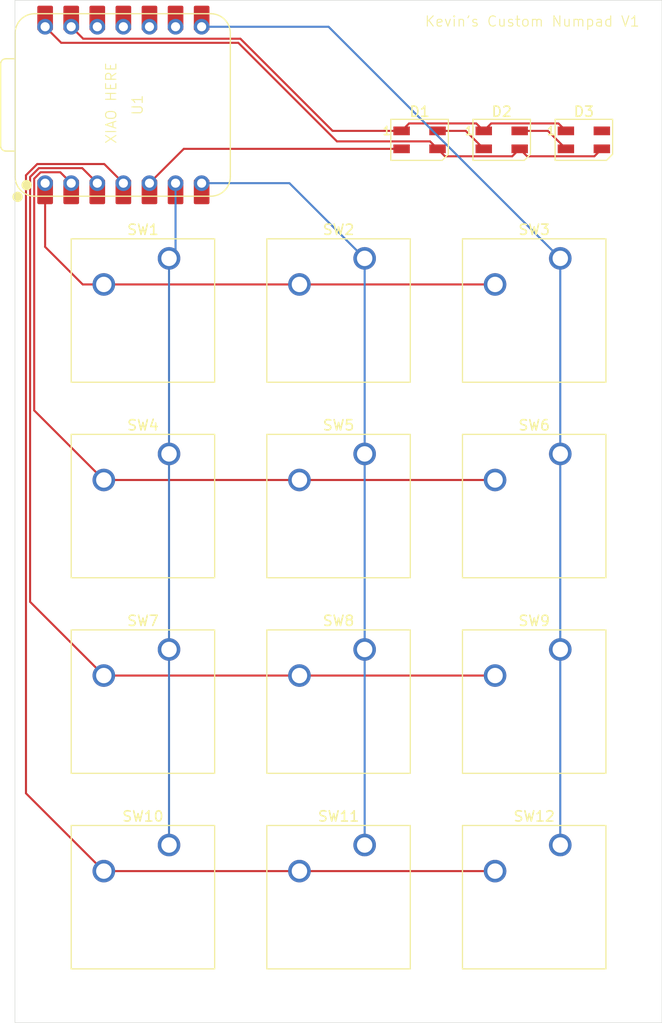
<source format=kicad_pcb>
(kicad_pcb (version 20241229) (generator "pcbnew") (generator_version "9.0")
  (layers (0 "F.Cu" signal) (2 "B.Cu" signal) (13 "F.Paste" user) (15 "B.Paste" user) (5 "F.SilkS" user "F.Silkscreen") (7 "B.SilkS" user "B.Silkscreen") (1 "F.Mask" user) (3 "B.Mask" user) (25 "Edge.Cuts" user))
  (net 0 "")
  (net 1 "Net-(D1-DOUT)")
  (net 2 "GND")
  (net 3 "Net-(D1-DIN)")
  (net 4 "+5V")
  (net 5 "Net-(D2-DOUT)")
  (net 7 "Net-(U1-GPIO26{slash}ADC0{slash}A0)")
  (net 8 "Net-(U1-GPIO7{slash}SCL)")
  (net 9 "Net-(U1-GPIO0{slash}TX)")
  (net 10 "Net-(U1-GPIO1{slash}RX)")
  (net 11 "Net-(U1-GPIO27{slash}ADC1{slash}A1)")
  (net 12 "Net-(U1-GPIO28{slash}ADC2{slash}A2)")
  (net 13 "Net-(U1-GPIO29{slash}ADC3{slash}A3)")
  (footprint "Button_Switch_Keyboard:SW_Cherry_MX_1.00u_PCB" (layer "F.Cu") (at 142.1 82.45)
    (property "Reference" "SW5" (at -2.54 -2.794 0) (layer "F.SilkS"))
    (property "Value" "SW_Push")
    (fp_line (start -9.525 -1.905) (end 4.445 -1.905) (stroke (width 0.12)) (layer "F.SilkS"))
    (fp_line (start -9.525 12.065) (end -9.525 -1.905) (stroke (width 0.12)) (layer "F.SilkS"))
    (fp_line (start 4.445 -1.905) (end 4.445 12.065) (stroke (width 0.12)) (layer "F.SilkS"))
    (fp_line (start 4.445 12.065) (end -9.525 12.065) (stroke (width 0.12)) (layer "F.SilkS"))
    (pad "" np_thru_hole circle (at -7.62 5.08) (size 1.7 1.7) (drill 1.7) (layers "*.Cu" "*.Mask"))
    (pad "" np_thru_hole circle (at -2.54 5.08) (size 4 4) (drill 4) (layers "*.Cu" "*.Mask"))
    (pad "" np_thru_hole circle (at 2.54 5.08) (size 1.7 1.7) (drill 1.7) (layers "*.Cu" "*.Mask"))
    (pad "1" thru_hole circle (at 0 0) (size 2.2 2.2) (drill 1.5) (layers "*.Cu" "*.Mask") (net 9 "Net-(U1-GPIO0{slash}TX)"))
    (pad "2" thru_hole circle (at -6.35 2.54) (size 2.2 2.2) (drill 1.5) (layers "*.Cu" "*.Mask") (net 11 "Net-(U1-GPIO27{slash}ADC1{slash}A1)"))
  )
  (footprint "Button_Switch_Keyboard:SW_Cherry_MX_1.00u_PCB" (layer "F.Cu") (at 142.1 63.4)
    (property "Reference" "SW2" (at -2.54 -2.794 0) (layer "F.SilkS"))
    (property "Value" "SW_Push")
    (fp_line (start -9.525 -1.905) (end 4.445 -1.905) (stroke (width 0.12)) (layer "F.SilkS"))
    (fp_line (start -9.525 12.065) (end -9.525 -1.905) (stroke (width 0.12)) (layer "F.SilkS"))
    (fp_line (start 4.445 -1.905) (end 4.445 12.065) (stroke (width 0.12)) (layer "F.SilkS"))
    (fp_line (start 4.445 12.065) (end -9.525 12.065) (stroke (width 0.12)) (layer "F.SilkS"))
    (pad "" np_thru_hole circle (at -7.62 5.08) (size 1.7 1.7) (drill 1.7) (layers "*.Cu" "*.Mask"))
    (pad "" np_thru_hole circle (at -2.54 5.08) (size 4 4) (drill 4) (layers "*.Cu" "*.Mask"))
    (pad "" np_thru_hole circle (at 2.54 5.08) (size 1.7 1.7) (drill 1.7) (layers "*.Cu" "*.Mask"))
    (pad "1" thru_hole circle (at 0 0) (size 2.2 2.2) (drill 1.5) (layers "*.Cu" "*.Mask") (net 9 "Net-(U1-GPIO0{slash}TX)"))
    (pad "2" thru_hole circle (at -6.35 2.54) (size 2.2 2.2) (drill 1.5) (layers "*.Cu" "*.Mask") (net 7 "Net-(U1-GPIO26{slash}ADC0{slash}A0)"))
  )
  (footprint "Button_Switch_Keyboard:SW_Cherry_MX_1.00u_PCB" (layer "F.Cu") (at 161.15 101.5)
    (property "Reference" "SW9" (at -2.54 -2.794 0) (layer "F.SilkS"))
    (property "Value" "SW_Push")
    (fp_line (start -9.525 -1.905) (end 4.445 -1.905) (stroke (width 0.12)) (layer "F.SilkS"))
    (fp_line (start -9.525 12.065) (end -9.525 -1.905) (stroke (width 0.12)) (layer "F.SilkS"))
    (fp_line (start 4.445 -1.905) (end 4.445 12.065) (stroke (width 0.12)) (layer "F.SilkS"))
    (fp_line (start 4.445 12.065) (end -9.525 12.065) (stroke (width 0.12)) (layer "F.SilkS"))
    (pad "" np_thru_hole circle (at -7.62 5.08) (size 1.7 1.7) (drill 1.7) (layers "*.Cu" "*.Mask"))
    (pad "" np_thru_hole circle (at -2.54 5.08) (size 4 4) (drill 4) (layers "*.Cu" "*.Mask"))
    (pad "" np_thru_hole circle (at 2.54 5.08) (size 1.7 1.7) (drill 1.7) (layers "*.Cu" "*.Mask"))
    (pad "1" thru_hole circle (at 0 0) (size 2.2 2.2) (drill 1.5) (layers "*.Cu" "*.Mask") (net 10 "Net-(U1-GPIO1{slash}RX)"))
    (pad "2" thru_hole circle (at -6.35 2.54) (size 2.2 2.2) (drill 1.5) (layers "*.Cu" "*.Mask") (net 12 "Net-(U1-GPIO28{slash}ADC2{slash}A2)"))
  )
  (footprint "Button_Switch_Keyboard:SW_Cherry_MX_1.00u_PCB" (layer "F.Cu") (at 161.15 82.45)
    (property "Reference" "SW6" (at -2.54 -2.794 0) (layer "F.SilkS"))
    (property "Value" "SW_Push")
    (fp_line (start -9.525 -1.905) (end 4.445 -1.905) (stroke (width 0.12)) (layer "F.SilkS"))
    (fp_line (start -9.525 12.065) (end -9.525 -1.905) (stroke (width 0.12)) (layer "F.SilkS"))
    (fp_line (start 4.445 -1.905) (end 4.445 12.065) (stroke (width 0.12)) (layer "F.SilkS"))
    (fp_line (start 4.445 12.065) (end -9.525 12.065) (stroke (width 0.12)) (layer "F.SilkS"))
    (pad "" np_thru_hole circle (at -7.62 5.08) (size 1.7 1.7) (drill 1.7) (layers "*.Cu" "*.Mask"))
    (pad "" np_thru_hole circle (at -2.54 5.08) (size 4 4) (drill 4) (layers "*.Cu" "*.Mask"))
    (pad "" np_thru_hole circle (at 2.54 5.08) (size 1.7 1.7) (drill 1.7) (layers "*.Cu" "*.Mask"))
    (pad "1" thru_hole circle (at 0 0) (size 2.2 2.2) (drill 1.5) (layers "*.Cu" "*.Mask") (net 10 "Net-(U1-GPIO1{slash}RX)"))
    (pad "2" thru_hole circle (at -6.35 2.54) (size 2.2 2.2) (drill 1.5) (layers "*.Cu" "*.Mask") (net 11 "Net-(U1-GPIO27{slash}ADC1{slash}A1)"))
  )
  (footprint "LED_SMD:LED_SK6812MINI_PLCC4_3.5x3.5mm_P1.75mm" (layer "F.Cu") (at 163.4475 51.855)
    (property "Reference" "D3" (at 0 -2.75 0) (layer "F.SilkS"))
    (property "Value" "SK6812")
    (fp_line (start -2.8 -2) (end -2.8 2) (stroke (width 0.12)) (layer "F.SilkS"))
    (fp_line (start -2.8 -2) (end 2.8 -2) (stroke (width 0.12)) (layer "F.SilkS"))
    (fp_line (start -2.8 2) (end 2.2 2) (stroke (width 0.12)) (layer "F.SilkS"))
    (fp_line (start 2.8 1.4) (end 2.2 2) (stroke (width 0.12)) (layer "F.SilkS"))
    (fp_line (start 2.8 1.4) (end 2.8 -2) (stroke (width 0.12)) (layer "F.SilkS"))
    (fp_text user "1" (at -3.2 -0.875 0) (layer "F.SilkS") (effects (font (size 0.8 0.8))))
    (pad "1" smd rect (at -1.75 -0.875) (size 1.6 0.85) (layers "F.Cu" "F.Mask" "F.Paste") (net 2 "GND"))
    (pad "2" smd rect (at -1.75 0.875) (size 1.6 0.85) (layers "F.Cu" "F.Mask" "F.Paste") (net 5 "Net-(D2-DOUT)"))
    (pad "3" smd rect (at 1.75 0.875) (size 1.6 0.85) (layers "F.Cu" "F.Mask" "F.Paste") (net 4 "+5V"))
    (pad "4" smd rect (at 1.75 -0.875) (size 1.6 0.85) (layers "F.Cu" "F.Mask" "F.Paste"))
  )
  (footprint "Button_Switch_Keyboard:SW_Cherry_MX_1.00u_PCB" (layer "F.Cu") (at 123.05 120.55)
    (property "Reference" "SW10" (at -2.54 -2.794 0) (layer "F.SilkS"))
    (property "Value" "SW_Push")
    (fp_line (start -9.525 -1.905) (end 4.445 -1.905) (stroke (width 0.12)) (layer "F.SilkS"))
    (fp_line (start -9.525 12.065) (end -9.525 -1.905) (stroke (width 0.12)) (layer "F.SilkS"))
    (fp_line (start 4.445 -1.905) (end 4.445 12.065) (stroke (width 0.12)) (layer "F.SilkS"))
    (fp_line (start 4.445 12.065) (end -9.525 12.065) (stroke (width 0.12)) (layer "F.SilkS"))
    (pad "" np_thru_hole circle (at -7.62 5.08) (size 1.7 1.7) (drill 1.7) (layers "*.Cu" "*.Mask"))
    (pad "" np_thru_hole circle (at -2.54 5.08) (size 4 4) (drill 4) (layers "*.Cu" "*.Mask"))
    (pad "" np_thru_hole circle (at 2.54 5.08) (size 1.7 1.7) (drill 1.7) (layers "*.Cu" "*.Mask"))
    (pad "1" thru_hole circle (at 0 0) (size 2.2 2.2) (drill 1.5) (layers "*.Cu" "*.Mask") (net 8 "Net-(U1-GPIO7{slash}SCL)"))
    (pad "2" thru_hole circle (at -6.35 2.54) (size 2.2 2.2) (drill 1.5) (layers "*.Cu" "*.Mask") (net 13 "Net-(U1-GPIO29{slash}ADC3{slash}A3)"))
  )
  (footprint "Button_Switch_Keyboard:SW_Cherry_MX_1.00u_PCB" (layer "F.Cu") (at 123.05 63.4)
    (property "Reference" "SW1" (at -2.54 -2.794 0) (layer "F.SilkS"))
    (property "Value" "SW_Push")
    (fp_line (start -9.525 -1.905) (end 4.445 -1.905) (stroke (width 0.12)) (layer "F.SilkS"))
    (fp_line (start -9.525 12.065) (end -9.525 -1.905) (stroke (width 0.12)) (layer "F.SilkS"))
    (fp_line (start 4.445 -1.905) (end 4.445 12.065) (stroke (width 0.12)) (layer "F.SilkS"))
    (fp_line (start 4.445 12.065) (end -9.525 12.065) (stroke (width 0.12)) (layer "F.SilkS"))
    (pad "" np_thru_hole circle (at -7.62 5.08) (size 1.7 1.7) (drill 1.7) (layers "*.Cu" "*.Mask"))
    (pad "" np_thru_hole circle (at -2.54 5.08) (size 4 4) (drill 4) (layers "*.Cu" "*.Mask"))
    (pad "" np_thru_hole circle (at 2.54 5.08) (size 1.7 1.7) (drill 1.7) (layers "*.Cu" "*.Mask"))
    (pad "1" thru_hole circle (at 0 0) (size 2.2 2.2) (drill 1.5) (layers "*.Cu" "*.Mask") (net 8 "Net-(U1-GPIO7{slash}SCL)"))
    (pad "2" thru_hole circle (at -6.35 2.54) (size 2.2 2.2) (drill 1.5) (layers "*.Cu" "*.Mask") (net 7 "Net-(U1-GPIO26{slash}ADC0{slash}A0)"))
  )
  (footprint "Button_Switch_Keyboard:SW_Cherry_MX_1.00u_PCB" (layer "F.Cu") (at 161.15 63.4)
    (property "Reference" "SW3" (at -2.54 -2.794 0) (layer "F.SilkS"))
    (property "Value" "SW_Push")
    (fp_line (start -9.525 -1.905) (end 4.445 -1.905) (stroke (width 0.12)) (layer "F.SilkS"))
    (fp_line (start -9.525 12.065) (end -9.525 -1.905) (stroke (width 0.12)) (layer "F.SilkS"))
    (fp_line (start 4.445 -1.905) (end 4.445 12.065) (stroke (width 0.12)) (layer "F.SilkS"))
    (fp_line (start 4.445 12.065) (end -9.525 12.065) (stroke (width 0.12)) (layer "F.SilkS"))
    (pad "" np_thru_hole circle (at -7.62 5.08) (size 1.7 1.7) (drill 1.7) (layers "*.Cu" "*.Mask"))
    (pad "" np_thru_hole circle (at -2.54 5.08) (size 4 4) (drill 4) (layers "*.Cu" "*.Mask"))
    (pad "" np_thru_hole circle (at 2.54 5.08) (size 1.7 1.7) (drill 1.7) (layers "*.Cu" "*.Mask"))
    (pad "1" thru_hole circle (at 0 0) (size 2.2 2.2) (drill 1.5) (layers "*.Cu" "*.Mask") (net 10 "Net-(U1-GPIO1{slash}RX)"))
    (pad "2" thru_hole circle (at -6.35 2.54) (size 2.2 2.2) (drill 1.5) (layers "*.Cu" "*.Mask") (net 7 "Net-(U1-GPIO26{slash}ADC0{slash}A0)"))
  )
  (footprint "Button_Switch_Keyboard:SW_Cherry_MX_1.00u_PCB" (layer "F.Cu") (at 123.05 82.45)
    (property "Reference" "SW4" (at -2.54 -2.794 0) (layer "F.SilkS"))
    (property "Value" "SW_Push")
    (fp_line (start -9.525 -1.905) (end 4.445 -1.905) (stroke (width 0.12)) (layer "F.SilkS"))
    (fp_line (start -9.525 12.065) (end -9.525 -1.905) (stroke (width 0.12)) (layer "F.SilkS"))
    (fp_line (start 4.445 -1.905) (end 4.445 12.065) (stroke (width 0.12)) (layer "F.SilkS"))
    (fp_line (start 4.445 12.065) (end -9.525 12.065) (stroke (width 0.12)) (layer "F.SilkS"))
    (pad "" np_thru_hole circle (at -7.62 5.08) (size 1.7 1.7) (drill 1.7) (layers "*.Cu" "*.Mask"))
    (pad "" np_thru_hole circle (at -2.54 5.08) (size 4 4) (drill 4) (layers "*.Cu" "*.Mask"))
    (pad "" np_thru_hole circle (at 2.54 5.08) (size 1.7 1.7) (drill 1.7) (layers "*.Cu" "*.Mask"))
    (pad "1" thru_hole circle (at 0 0) (size 2.2 2.2) (drill 1.5) (layers "*.Cu" "*.Mask") (net 8 "Net-(U1-GPIO7{slash}SCL)"))
    (pad "2" thru_hole circle (at -6.35 2.54) (size 2.2 2.2) (drill 1.5) (layers "*.Cu" "*.Mask") (net 11 "Net-(U1-GPIO27{slash}ADC1{slash}A1)"))
  )
  (footprint "LED_SMD:LED_SK6812MINI_PLCC4_3.5x3.5mm_P1.75mm" (layer "F.Cu") (at 155.4475 51.855)
    (property "Reference" "D2" (at 0 -2.75 0) (layer "F.SilkS"))
    (property "Value" "SK6812")
    (fp_line (start -2.8 -2) (end -2.8 2) (stroke (width 0.12)) (layer "F.SilkS"))
    (fp_line (start -2.8 -2) (end 2.8 -2) (stroke (width 0.12)) (layer "F.SilkS"))
    (fp_line (start -2.8 2) (end 2.2 2) (stroke (width 0.12)) (layer "F.SilkS"))
    (fp_line (start 2.8 1.4) (end 2.2 2) (stroke (width 0.12)) (layer "F.SilkS"))
    (fp_line (start 2.8 1.4) (end 2.8 -2) (stroke (width 0.12)) (layer "F.SilkS"))
    (fp_text user "1" (at -3.2 -0.875 0) (layer "F.SilkS") (effects (font (size 0.8 0.8))))
    (pad "1" smd rect (at -1.75 -0.875) (size 1.6 0.85) (layers "F.Cu" "F.Mask" "F.Paste") (net 2 "GND"))
    (pad "2" smd rect (at -1.75 0.875) (size 1.6 0.85) (layers "F.Cu" "F.Mask" "F.Paste") (net 1 "Net-(D1-DOUT)"))
    (pad "3" smd rect (at 1.75 0.875) (size 1.6 0.85) (layers "F.Cu" "F.Mask" "F.Paste") (net 4 "+5V"))
    (pad "4" smd rect (at 1.75 -0.875) (size 1.6 0.85) (layers "F.Cu" "F.Mask" "F.Paste") (net 5 "Net-(D2-DOUT)"))
  )
  (footprint "Button_Switch_Keyboard:SW_Cherry_MX_1.00u_PCB" (layer "F.Cu") (at 161.15 120.55)
    (property "Reference" "SW12" (at -2.54 -2.794 0) (layer "F.SilkS"))
    (property "Value" "SW_Push")
    (fp_line (start -9.525 -1.905) (end 4.445 -1.905) (stroke (width 0.12)) (layer "F.SilkS"))
    (fp_line (start -9.525 12.065) (end -9.525 -1.905) (stroke (width 0.12)) (layer "F.SilkS"))
    (fp_line (start 4.445 -1.905) (end 4.445 12.065) (stroke (width 0.12)) (layer "F.SilkS"))
    (fp_line (start 4.445 12.065) (end -9.525 12.065) (stroke (width 0.12)) (layer "F.SilkS"))
    (pad "" np_thru_hole circle (at -7.62 5.08) (size 1.7 1.7) (drill 1.7) (layers "*.Cu" "*.Mask"))
    (pad "" np_thru_hole circle (at -2.54 5.08) (size 4 4) (drill 4) (layers "*.Cu" "*.Mask"))
    (pad "" np_thru_hole circle (at 2.54 5.08) (size 1.7 1.7) (drill 1.7) (layers "*.Cu" "*.Mask"))
    (pad "1" thru_hole circle (at 0 0) (size 2.2 2.2) (drill 1.5) (layers "*.Cu" "*.Mask") (net 10 "Net-(U1-GPIO1{slash}RX)"))
    (pad "2" thru_hole circle (at -6.35 2.54) (size 2.2 2.2) (drill 1.5) (layers "*.Cu" "*.Mask") (net 13 "Net-(U1-GPIO29{slash}ADC3{slash}A3)"))
  )
  (footprint "LED_SMD:LED_SK6812MINI_PLCC4_3.5x3.5mm_P1.75mm" (layer "F.Cu") (at 147.4475 51.855)
    (property "Reference" "D1" (at 0 -2.75 0) (layer "F.SilkS"))
    (property "Value" "SK6812")
    (fp_line (start -2.8 -2) (end -2.8 2) (stroke (width 0.12)) (layer "F.SilkS"))
    (fp_line (start -2.8 -2) (end 2.8 -2) (stroke (width 0.12)) (layer "F.SilkS"))
    (fp_line (start -2.8 2) (end 2.2 2) (stroke (width 0.12)) (layer "F.SilkS"))
    (fp_line (start 2.8 1.4) (end 2.2 2) (stroke (width 0.12)) (layer "F.SilkS"))
    (fp_line (start 2.8 1.4) (end 2.8 -2) (stroke (width 0.12)) (layer "F.SilkS"))
    (fp_text user "1" (at -3.2 -0.875 0) (layer "F.SilkS") (effects (font (size 0.8 0.8))))
    (pad "1" smd rect (at -1.75 -0.875) (size 1.6 0.85) (layers "F.Cu" "F.Mask" "F.Paste") (net 2 "GND"))
    (pad "2" smd rect (at -1.75 0.875) (size 1.6 0.85) (layers "F.Cu" "F.Mask" "F.Paste") (net 3 "Net-(D1-DIN)"))
    (pad "3" smd rect (at 1.75 0.875) (size 1.6 0.85) (layers "F.Cu" "F.Mask" "F.Paste") (net 4 "+5V"))
    (pad "4" smd rect (at 1.75 -0.875) (size 1.6 0.85) (layers "F.Cu" "F.Mask" "F.Paste") (net 1 "Net-(D1-DOUT)"))
  )
  (footprint "Button_Switch_Keyboard:SW_Cherry_MX_1.00u_PCB" (layer "F.Cu") (at 142.1 120.55)
    (property "Reference" "SW11" (at -2.54 -2.794 0) (layer "F.SilkS"))
    (property "Value" "SW_Push")
    (fp_line (start -9.525 -1.905) (end 4.445 -1.905) (stroke (width 0.12)) (layer "F.SilkS"))
    (fp_line (start -9.525 12.065) (end -9.525 -1.905) (stroke (width 0.12)) (layer "F.SilkS"))
    (fp_line (start 4.445 -1.905) (end 4.445 12.065) (stroke (width 0.12)) (layer "F.SilkS"))
    (fp_line (start 4.445 12.065) (end -9.525 12.065) (stroke (width 0.12)) (layer "F.SilkS"))
    (pad "" np_thru_hole circle (at -7.62 5.08) (size 1.7 1.7) (drill 1.7) (layers "*.Cu" "*.Mask"))
    (pad "" np_thru_hole circle (at -2.54 5.08) (size 4 4) (drill 4) (layers "*.Cu" "*.Mask"))
    (pad "" np_thru_hole circle (at 2.54 5.08) (size 1.7 1.7) (drill 1.7) (layers "*.Cu" "*.Mask"))
    (pad "1" thru_hole circle (at 0 0) (size 2.2 2.2) (drill 1.5) (layers "*.Cu" "*.Mask") (net 9 "Net-(U1-GPIO0{slash}TX)"))
    (pad "2" thru_hole circle (at -6.35 2.54) (size 2.2 2.2) (drill 1.5) (layers "*.Cu" "*.Mask") (net 13 "Net-(U1-GPIO29{slash}ADC3{slash}A3)"))
  )
  (footprint "Button_Switch_Keyboard:SW_Cherry_MX_1.00u_PCB" (layer "F.Cu") (at 123.05 101.5)
    (property "Reference" "SW7" (at -2.54 -2.794 0) (layer "F.SilkS"))
    (property "Value" "SW_Push")
    (fp_line (start -9.525 -1.905) (end 4.445 -1.905) (stroke (width 0.12)) (layer "F.SilkS"))
    (fp_line (start -9.525 12.065) (end -9.525 -1.905) (stroke (width 0.12)) (layer "F.SilkS"))
    (fp_line (start 4.445 -1.905) (end 4.445 12.065) (stroke (width 0.12)) (layer "F.SilkS"))
    (fp_line (start 4.445 12.065) (end -9.525 12.065) (stroke (width 0.12)) (layer "F.SilkS"))
    (pad "" np_thru_hole circle (at -7.62 5.08) (size 1.7 1.7) (drill 1.7) (layers "*.Cu" "*.Mask"))
    (pad "" np_thru_hole circle (at -2.54 5.08) (size 4 4) (drill 4) (layers "*.Cu" "*.Mask"))
    (pad "" np_thru_hole circle (at 2.54 5.08) (size 1.7 1.7) (drill 1.7) (layers "*.Cu" "*.Mask"))
    (pad "1" thru_hole circle (at 0 0) (size 2.2 2.2) (drill 1.5) (layers "*.Cu" "*.Mask") (net 8 "Net-(U1-GPIO7{slash}SCL)"))
    (pad "2" thru_hole circle (at -6.35 2.54) (size 2.2 2.2) (drill 1.5) (layers "*.Cu" "*.Mask") (net 12 "Net-(U1-GPIO28{slash}ADC2{slash}A2)"))
  )
  (footprint "Button_Switch_Keyboard:SW_Cherry_MX_1.00u_PCB" (layer "F.Cu") (at 142.1 101.5)
    (property "Reference" "SW8" (at -2.54 -2.794 0) (layer "F.SilkS"))
    (property "Value" "SW_Push")
    (fp_line (start -9.525 -1.905) (end 4.445 -1.905) (stroke (width 0.12)) (layer "F.SilkS"))
    (fp_line (start -9.525 12.065) (end -9.525 -1.905) (stroke (width 0.12)) (layer "F.SilkS"))
    (fp_line (start 4.445 -1.905) (end 4.445 12.065) (stroke (width 0.12)) (layer "F.SilkS"))
    (fp_line (start 4.445 12.065) (end -9.525 12.065) (stroke (width 0.12)) (layer "F.SilkS"))
    (pad "" np_thru_hole circle (at -7.62 5.08) (size 1.7 1.7) (drill 1.7) (layers "*.Cu" "*.Mask"))
    (pad "" np_thru_hole circle (at -2.54 5.08) (size 4 4) (drill 4) (layers "*.Cu" "*.Mask"))
    (pad "" np_thru_hole circle (at 2.54 5.08) (size 1.7 1.7) (drill 1.7) (layers "*.Cu" "*.Mask"))
    (pad "1" thru_hole circle (at 0 0) (size 2.2 2.2) (drill 1.5) (layers "*.Cu" "*.Mask") (net 9 "Net-(U1-GPIO0{slash}TX)"))
    (pad "2" thru_hole circle (at -6.35 2.54) (size 2.2 2.2) (drill 1.5) (layers "*.Cu" "*.Mask") (net 12 "Net-(U1-GPIO28{slash}ADC2{slash}A2)"))
  )
  (footprint "OPL Lib:XIAO-RP2040-DIP" (layer "F.Cu") (at 118.605 48.455 90)
    (property "Reference" "U1" (at 0.001606 1.374304 90) (layer "F.SilkS") (effects (font (thickness 0.1016))))
    (property "Value" "XIAO-RP2040-DIP")
    (fp_line (start -3.991272 -11.951) (end 4.004 -11.951) (stroke (width 0.127)) (layer "F.SilkS"))
    (fp_line (start 4.504 -11.451) (end 4.504 -10.541) (stroke (width 0.127)) (layer "F.SilkS"))
    (fp_line (start 6.985 -10.541) (end -6.985 -10.541) (stroke (width 0.1)) (layer "F.SilkS"))
    (fp_line (start 6.985 -10.541) (end -6.985 -10.541) (stroke (width 0.127)) (layer "F.SilkS"))
    (fp_line (start -4.495 -10.541) (end -4.491272 -11.451272) (stroke (width 0.127)) (layer "F.SilkS"))
    (fp_line (start 8.89 8.509) (end 8.89 -8.636) (stroke (width 0.127)) (layer "F.SilkS"))
    (fp_line (start -8.89 8.509) (end -8.89 -8.636) (stroke (width 0.127)) (layer "F.SilkS"))
    (fp_line (start -6.985 10.414) (end 6.985 10.414) (stroke (width 0.127)) (layer "F.SilkS"))
    (fp_arc (start 4.004 -11.951) (mid 4.357553 -11.804553) (end 4.504 -11.451) (stroke (width 0.127)) (layer "F.SilkS"))
    (fp_arc (start -4.491272 -11.451272) (mid -4.344728 -11.80464) (end -3.991272 -11.951) (stroke (width 0.127)) (layer "F.SilkS"))
    (fp_arc (start 6.985 -10.541) (mid 8.332038 -9.983038) (end 8.89 -8.636) (stroke (width 0.127)) (layer "F.SilkS"))
    (fp_arc (start -8.89 -8.636) (mid -8.332038 -9.983038) (end -6.985 -10.541) (stroke (width 0.127)) (layer "F.SilkS"))
    (fp_arc (start 8.89 8.509) (mid 8.332038 9.856038) (end 6.985 10.414) (stroke (width 0.127)) (layer "F.SilkS"))
    (fp_arc (start -6.985 10.414) (mid -8.332038 9.856038) (end -8.89 8.509) (stroke (width 0.127)) (layer "F.SilkS"))
    (fp_circle (center -8.95 -10.3) (end -8.95 -10.554) (stroke (width 0.5)) (fill yes) (layer "F.SilkS"))
    (fp_circle (center -7.807 -9.42) (end -7.807 -9.674) (stroke (width 0.5)) (fill yes) (layer "F.SilkS"))
    (pad "1" smd roundrect (at -8.455 -7.62 270) (size 2.432 1.524) (layers "F.Cu" "F.Mask") (roundrect_rratio 0.1) (net 7 "Net-(U1-GPIO26{slash}ADC0{slash}A0)"))
    (pad "1" thru_hole circle (at -7.62 -7.62 270) (size 1.524 1.524) (drill 0.889) (layers "*.Cu" "*.Mask") (net 7 "Net-(U1-GPIO26{slash}ADC0{slash}A0)"))
    (pad "2" smd roundrect (at -8.455 -5.08 270) (size 2.432 1.524) (layers "F.Cu" "F.Mask") (roundrect_rratio 0.1) (net 11 "Net-(U1-GPIO27{slash}ADC1{slash}A1)"))
    (pad "2" thru_hole circle (at -7.62 -5.08 270) (size 1.524 1.524) (drill 0.889) (layers "*.Cu" "*.Mask") (net 11 "Net-(U1-GPIO27{slash}ADC1{slash}A1)"))
    (pad "3" smd roundrect (at -8.455 -2.54 270) (size 2.432 1.524) (layers "F.Cu" "F.Mask") (roundrect_rratio 0.1) (net 12 "Net-(U1-GPIO28{slash}ADC2{slash}A2)"))
    (pad "3" thru_hole circle (at -7.62 -2.54 270) (size 1.524 1.524) (drill 0.889) (layers "*.Cu" "*.Mask") (net 12 "Net-(U1-GPIO28{slash}ADC2{slash}A2)"))
    (pad "4" smd roundrect (at -8.455 0 270) (size 2.432 1.524) (layers "F.Cu" "F.Mask") (roundrect_rratio 0.1) (net 13 "Net-(U1-GPIO29{slash}ADC3{slash}A3)"))
    (pad "4" thru_hole circle (at -7.62 0 270) (size 1.524 1.524) (drill 0.889) (layers "*.Cu" "*.Mask") (net 13 "Net-(U1-GPIO29{slash}ADC3{slash}A3)"))
    (pad "5" smd roundrect (at -8.455 2.54 270) (size 2.432 1.524) (layers "F.Cu" "F.Mask") (roundrect_rratio 0.1) (net 3 "Net-(D1-DIN)"))
    (pad "5" thru_hole circle (at -7.62 2.54 270) (size 1.524 1.524) (drill 0.889) (layers "*.Cu" "*.Mask") (net 3 "Net-(D1-DIN)"))
    (pad "6" smd roundrect (at -8.455 5.08 270) (size 2.432 1.524) (layers "F.Cu" "F.Mask") (roundrect_rratio 0.1) (net 8 "Net-(U1-GPIO7{slash}SCL)"))
    (pad "6" thru_hole circle (at -7.62 5.08 270) (size 1.524 1.524) (drill 0.889) (layers "*.Cu" "*.Mask") (net 8 "Net-(U1-GPIO7{slash}SCL)"))
    (pad "7" smd roundrect (at -8.455 7.62 270) (size 2.432 1.524) (layers "F.Cu" "F.Mask") (roundrect_rratio 0.1) (net 9 "Net-(U1-GPIO0{slash}TX)"))
    (pad "7" thru_hole circle (at -7.62 7.62 270) (size 1.524 1.524) (drill 0.889) (layers "*.Cu" "*.Mask") (net 9 "Net-(U1-GPIO0{slash}TX)"))
    (pad "8" thru_hole circle (at 7.62 7.62 90) (size 1.524 1.524) (drill 0.889) (layers "*.Cu" "*.Mask") (net 10 "Net-(U1-GPIO1{slash}RX)"))
    (pad "8" smd roundrect (at 8.455 7.62 90) (size 2.432 1.524) (layers "F.Cu" "F.Mask") (roundrect_rratio 0.1) (net 10 "Net-(U1-GPIO1{slash}RX)"))
    (pad "9" thru_hole circle (at 7.62 5.08 90) (size 1.524 1.524) (drill 0.889) (layers "*.Cu" "*.Mask"))
    (pad "9" smd roundrect (at 8.455 5.08 90) (size 2.432 1.524) (layers "F.Cu" "F.Mask") (roundrect_rratio 0.1))
    (pad "10" thru_hole circle (at 7.62 2.54 90) (size 1.524 1.524) (drill 0.889) (layers "*.Cu" "*.Mask"))
    (pad "10" smd roundrect (at 8.455 2.54 90) (size 2.432 1.524) (layers "F.Cu" "F.Mask") (roundrect_rratio 0.1))
    (pad "11" thru_hole circle (at 7.62 0 90) (size 1.524 1.524) (drill 0.889) (layers "*.Cu" "*.Mask"))
    (pad "11" smd roundrect (at 8.455 0 90) (size 2.432 1.524) (layers "F.Cu" "F.Mask") (roundrect_rratio 0.1))
    (pad "12" thru_hole circle (at 7.62 -2.54 90) (size 1.524 1.524) (drill 0.889) (layers "*.Cu" "*.Mask"))
    (pad "12" smd roundrect (at 8.455 -2.54 90) (size 2.432 1.524) (layers "F.Cu" "F.Mask") (roundrect_rratio 0.1))
    (pad "13" thru_hole circle (at 7.62 -5.08 90) (size 1.524 1.524) (drill 0.889) (layers "*.Cu" "*.Mask") (net 2 "GND"))
    (pad "13" smd roundrect (at 8.455 -5.08 90) (size 2.432 1.524) (layers "F.Cu" "F.Mask") (roundrect_rratio 0.1) (net 2 "GND"))
    (pad "14" thru_hole circle (at 7.62 -7.62 90) (size 1.524 1.524) (drill 0.889) (layers "*.Cu" "*.Mask") (net 4 "+5V"))
    (pad "14" smd roundrect (at 8.455 -7.62 90) (size 2.432 1.524) (layers "F.Cu" "F.Mask") (roundrect_rratio 0.1) (net 4 "+5V"))
  )
  (gr_rect (start 108.0475 38.255) (end 171.0475 137.855) (stroke (width 0.05)) (fill no) (layer "Edge.Cuts"))
  (gr_text "Kevin's Custom Numpad V1" (at 147.9 40.9 0) (layer "F.SilkS") (effects (font (size 1 1) (thickness 0.1)) (justify left bottom)))
  (gr_text "XIAO HERE" (at 118 52.3 90) (layer "F.SilkS") (effects (font (size 1 1) (thickness 0.1)) (justify left bottom)))
  (segment (start 151.9475 50.98) (end 153.6975 52.73) (width 0.2) (layer "F.Cu") (net 1))
  (segment (start 149.1975 50.98) (end 151.9475 50.98) (width 0.2) (layer "F.Cu") (net 1))
  (segment (start 114.69 42) (end 113.525 40.835) (width 0.2) (layer "F.Cu") (net 2))
  (segment (start 145.6975 50.98) (end 146.4235 50.254) (width 0.2) (layer "F.Cu") (net 2))
  (segment (start 153.6975 50.98) (end 154.4235 50.254) (width 0.2) (layer "F.Cu") (net 2))
  (segment (start 138.98 50.98) (end 130 42) (width 0.2) (layer "F.Cu") (net 2))
  (segment (start 160.9715 50.254) (end 161.6975 50.98) (width 0.2) (layer "F.Cu") (net 2))
  (segment (start 152.9715 50.254) (end 153.6975 50.98) (width 0.2) (layer "F.Cu") (net 2))
  (segment (start 145.6975 50.98) (end 138.98 50.98) (width 0.2) (layer "F.Cu") (net 2))
  (segment (start 154.4235 50.254) (end 160.9715 50.254) (width 0.2) (layer "F.Cu") (net 2))
  (segment (start 146.4235 50.254) (end 152.9715 50.254) (width 0.2) (layer "F.Cu") (net 2))
  (segment (start 130 42) (end 114.69 42) (width 0.2) (layer "F.Cu") (net 2))
  (segment (start 121.145 56.075) (end 124.49 52.73) (width 0.2) (layer "F.Cu") (net 3))
  (segment (start 124.49 52.73) (end 145.6975 52.73) (width 0.2) (layer "F.Cu") (net 3))
  (segment (start 157.9235 53.456) (end 157.1975 52.73) (width 0.2) (layer "F.Cu") (net 4))
  (segment (start 149.9235 53.456) (end 149.1975 52.73) (width 0.2) (layer "F.Cu") (net 4))
  (segment (start 157.1975 52.73) (end 156.4715 53.456) (width 0.2) (layer "F.Cu") (net 4))
  (segment (start 112.55 42.4) (end 110.985 40.835) (width 0.2) (layer "F.Cu") (net 4))
  (segment (start 148.4715 52.004) (end 139.404 52.004) (width 0.2) (layer "F.Cu") (net 4))
  (segment (start 164.4715 53.456) (end 157.9235 53.456) (width 0.2) (layer "F.Cu") (net 4))
  (segment (start 149.1975 52.73) (end 148.4715 52.004) (width 0.2) (layer "F.Cu") (net 4))
  (segment (start 139.404 52.004) (end 129.8 42.4) (width 0.2) (layer "F.Cu") (net 4))
  (segment (start 129.8 42.4) (end 112.55 42.4) (width 0.2) (layer "F.Cu") (net 4))
  (segment (start 156.4715 53.456) (end 149.9235 53.456) (width 0.2) (layer "F.Cu") (net 4))
  (segment (start 165.1975 52.73) (end 164.4715 53.456) (width 0.2) (layer "F.Cu") (net 4))
  (segment (start 159.9475 50.98) (end 161.6975 52.73) (width 0.2) (layer "F.Cu") (net 5))
  (segment (start 157.1975 50.98) (end 159.9475 50.98) (width 0.2) (layer "F.Cu") (net 5))
  (segment (start 110.985 62.279816) (end 114.645184 65.94) (width 0.2) (layer "F.Cu") (net 7))
  (segment (start 110.985 56.075) (end 110.985 62.279816) (width 0.2) (layer "F.Cu") (net 7))
  (segment (start 135.75 65.94) (end 154.8 65.94) (width 0.2) (layer "F.Cu") (net 7))
  (segment (start 114.645184 65.94) (end 116.7 65.94) (width 0.2) (layer "F.Cu") (net 7))
  (segment (start 116.7 65.94) (end 135.75 65.94) (width 0.2) (layer "F.Cu") (net 7))
  (segment (start 123.05 63.4) (end 123.05 82.45) (width 0.2) (layer "B.Cu") (net 8))
  (segment (start 123.685 62.765) (end 123.05 63.4) (width 0.2) (layer "B.Cu") (net 8))
  (segment (start 123.685 56.075) (end 123.685 62.765) (width 0.2) (layer "B.Cu") (net 8))
  (segment (start 123.05 82.45) (end 123.05 101.5) (width 0.2) (layer "B.Cu") (net 8))
  (segment (start 123.05 101.5) (end 123.05 120.55) (width 0.2) (layer "B.Cu") (net 8))
  (segment (start 142.1 63.4) (end 142.1 82.45) (width 0.2) (layer "B.Cu") (net 9))
  (segment (start 134.775 56.075) (end 142.1 63.4) (width 0.2) (layer "B.Cu") (net 9))
  (segment (start 126.225 56.075) (end 134.775 56.075) (width 0.2) (layer "B.Cu") (net 9))
  (segment (start 142.1 82.45) (end 142.1 101.5) (width 0.2) (layer "B.Cu") (net 9))
  (segment (start 142.1 101.5) (end 142.1 120.55) (width 0.2) (layer "B.Cu") (net 9))
  (segment (start 126.225 40.835) (end 138.585 40.835) (width 0.2) (layer "B.Cu") (net 10))
  (segment (start 161.15 63.4) (end 161.15 82.45) (width 0.2) (layer "B.Cu") (net 10))
  (segment (start 161.15 82.45) (end 161.15 101.5) (width 0.2) (layer "B.Cu") (net 10))
  (segment (start 138.585 40.835) (end 161.15 63.4) (width 0.2) (layer "B.Cu") (net 10))
  (segment (start 161.15 101.5) (end 161.15 120.55) (width 0.2) (layer "B.Cu") (net 10))
  (segment (start 116.7 84.99) (end 135.75 84.99) (width 0.2) (layer "F.Cu") (net 11))
  (segment (start 109.922 55.63469) (end 109.922 78.212) (width 0.2) (layer "F.Cu") (net 11))
  (segment (start 112.462 55.012) (end 110.54469 55.012) (width 0.2) (layer "F.Cu") (net 11))
  (segment (start 113.525 56.075) (end 112.462 55.012) (width 0.2) (layer "F.Cu") (net 11))
  (segment (start 110.54469 55.012) (end 109.922 55.63469) (width 0.2) (layer "F.Cu") (net 11))
  (segment (start 109.922 78.212) (end 116.7 84.99) (width 0.2) (layer "F.Cu") (net 11))
  (segment (start 135.75 84.99) (end 154.8 84.99) (width 0.2) (layer "F.Cu") (net 11))
  (segment (start 116.065 56.075) (end 114.601 54.611) (width 0.2) (layer "F.Cu") (net 12))
  (segment (start 110.37859 54.611) (end 109.521 55.46859) (width 0.2) (layer "F.Cu") (net 12))
  (segment (start 114.601 54.611) (end 110.37859 54.611) (width 0.2) (layer "F.Cu") (net 12))
  (segment (start 109.521 55.46859) (end 109.521 96.861) (width 0.2) (layer "F.Cu") (net 12))
  (segment (start 109.521 96.861) (end 116.7 104.04) (width 0.2) (layer "F.Cu") (net 12))
  (segment (start 135.75 104.04) (end 154.8 104.04) (width 0.2) (layer "F.Cu") (net 12))
  (segment (start 116.7 104.04) (end 135.75 104.04) (width 0.2) (layer "F.Cu") (net 12))
  (segment (start 116.7 123.09) (end 135.75 123.09) (width 0.2) (layer "F.Cu") (net 13))
  (segment (start 109.12 55.30249) (end 109.12 115.51) (width 0.2) (layer "F.Cu") (net 13))
  (segment (start 135.75 123.09) (end 154.8 123.09) (width 0.2) (layer "F.Cu") (net 13))
  (segment (start 110.21249 54.21) (end 109.12 55.30249) (width 0.2) (layer "F.Cu") (net 13))
  (segment (start 109.12 115.51) (end 116.7 123.09) (width 0.2) (layer "F.Cu") (net 13))
  (segment (start 118.605 56.075) (end 116.74 54.21) (width 0.2) (layer "F.Cu") (net 13))
  (segment (start 116.74 54.21) (end 110.21249 54.21) (width 0.2) (layer "F.Cu") (net 13))
)
</source>
